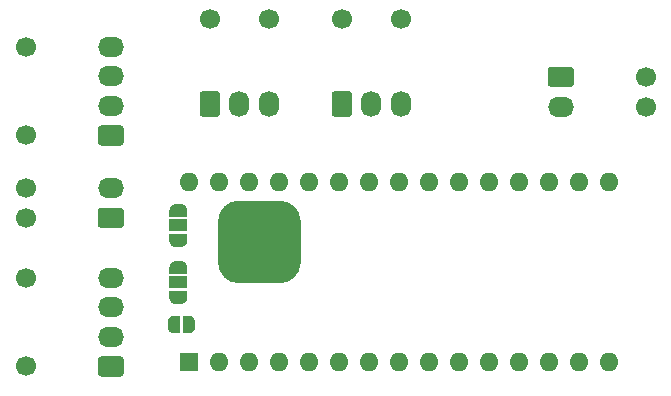
<source format=gbr>
%TF.GenerationSoftware,KiCad,Pcbnew,(5.1.8)-1*%
%TF.CreationDate,2021-05-07T13:22:02+02:00*%
%TF.ProjectId,Inputs_Volante,496e7075-7473-45f5-966f-6c616e74652e,rev?*%
%TF.SameCoordinates,Original*%
%TF.FileFunction,Soldermask,Bot*%
%TF.FilePolarity,Negative*%
%FSLAX46Y46*%
G04 Gerber Fmt 4.6, Leading zero omitted, Abs format (unit mm)*
G04 Created by KiCad (PCBNEW (5.1.8)-1) date 2021-05-07 13:22:02*
%MOMM*%
%LPD*%
G01*
G04 APERTURE LIST*
%ADD10C,1.700000*%
%ADD11O,2.200000X1.700000*%
%ADD12O,1.600000X1.600000*%
%ADD13R,1.600000X1.600000*%
%ADD14C,0.100000*%
%ADD15R,1.500000X1.000000*%
%ADD16O,1.700000X2.200000*%
G04 APERTURE END LIST*
%TO.C, *%
G36*
G01*
X75113000Y-89634000D02*
X75113000Y-86134000D01*
G75*
G02*
X76863000Y-84384000I1750000J0D01*
G01*
X80363000Y-84384000D01*
G75*
G02*
X82113000Y-86134000I0J-1750000D01*
G01*
X82113000Y-89634000D01*
G75*
G02*
X80363000Y-91384000I-1750000J0D01*
G01*
X76863000Y-91384000D01*
G75*
G02*
X75113000Y-89634000I0J1750000D01*
G01*
G37*
%TD*%
D10*
%TO.C,J6*%
X58860000Y-90925000D03*
X58860000Y-98425000D03*
D11*
X66040000Y-90925000D03*
X66040000Y-93425000D03*
X66040000Y-95925000D03*
G36*
G01*
X67140000Y-97825000D02*
X67140000Y-99025000D01*
G75*
G02*
X66890000Y-99275000I-250000J0D01*
G01*
X65190000Y-99275000D01*
G75*
G02*
X64940000Y-99025000I0J250000D01*
G01*
X64940000Y-97825000D01*
G75*
G02*
X65190000Y-97575000I250000J0D01*
G01*
X66890000Y-97575000D01*
G75*
G02*
X67140000Y-97825000I0J-250000D01*
G01*
G37*
%TD*%
D10*
%TO.C,J5*%
X58860000Y-83352000D03*
X58860000Y-85852000D03*
D11*
X66040000Y-83352000D03*
G36*
G01*
X67140000Y-85252000D02*
X67140000Y-86452000D01*
G75*
G02*
X66890000Y-86702000I-250000J0D01*
G01*
X65190000Y-86702000D01*
G75*
G02*
X64940000Y-86452000I0J250000D01*
G01*
X64940000Y-85252000D01*
G75*
G02*
X65190000Y-85002000I250000J0D01*
G01*
X66890000Y-85002000D01*
G75*
G02*
X67140000Y-85252000I0J-250000D01*
G01*
G37*
%TD*%
D12*
%TO.C,A1*%
X108204000Y-82804000D03*
X108204000Y-98044000D03*
X72644000Y-82804000D03*
X105664000Y-98044000D03*
X75184000Y-82804000D03*
X103124000Y-98044000D03*
X77724000Y-82804000D03*
X100584000Y-98044000D03*
X80264000Y-82804000D03*
X98044000Y-98044000D03*
X82804000Y-82804000D03*
X95504000Y-98044000D03*
X85344000Y-82804000D03*
X92964000Y-98044000D03*
X87884000Y-82804000D03*
X90424000Y-98044000D03*
X90424000Y-82804000D03*
X87884000Y-98044000D03*
X92964000Y-82804000D03*
X85344000Y-98044000D03*
X95504000Y-82804000D03*
X82804000Y-98044000D03*
X98044000Y-82804000D03*
X80264000Y-98044000D03*
X100584000Y-82804000D03*
X77724000Y-98044000D03*
X103124000Y-82804000D03*
X75184000Y-98044000D03*
X105664000Y-82804000D03*
D13*
X72644000Y-98044000D03*
%TD*%
D14*
%TO.C,JP3*%
G36*
X71359000Y-95618398D02*
G01*
X71334466Y-95618398D01*
X71285635Y-95613588D01*
X71237510Y-95604016D01*
X71190555Y-95589772D01*
X71145222Y-95570995D01*
X71101949Y-95547864D01*
X71061150Y-95520604D01*
X71023221Y-95489476D01*
X70988524Y-95454779D01*
X70957396Y-95416850D01*
X70930136Y-95376051D01*
X70907005Y-95332778D01*
X70888228Y-95287445D01*
X70873984Y-95240490D01*
X70864412Y-95192365D01*
X70859602Y-95143534D01*
X70859602Y-95119000D01*
X70859000Y-95119000D01*
X70859000Y-94619000D01*
X70859602Y-94619000D01*
X70859602Y-94594466D01*
X70864412Y-94545635D01*
X70873984Y-94497510D01*
X70888228Y-94450555D01*
X70907005Y-94405222D01*
X70930136Y-94361949D01*
X70957396Y-94321150D01*
X70988524Y-94283221D01*
X71023221Y-94248524D01*
X71061150Y-94217396D01*
X71101949Y-94190136D01*
X71145222Y-94167005D01*
X71190555Y-94148228D01*
X71237510Y-94133984D01*
X71285635Y-94124412D01*
X71334466Y-94119602D01*
X71359000Y-94119602D01*
X71359000Y-94119000D01*
X71859000Y-94119000D01*
X71859000Y-95619000D01*
X71359000Y-95619000D01*
X71359000Y-95618398D01*
G37*
G36*
X72159000Y-94119000D02*
G01*
X72659000Y-94119000D01*
X72659000Y-94119602D01*
X72683534Y-94119602D01*
X72732365Y-94124412D01*
X72780490Y-94133984D01*
X72827445Y-94148228D01*
X72872778Y-94167005D01*
X72916051Y-94190136D01*
X72956850Y-94217396D01*
X72994779Y-94248524D01*
X73029476Y-94283221D01*
X73060604Y-94321150D01*
X73087864Y-94361949D01*
X73110995Y-94405222D01*
X73129772Y-94450555D01*
X73144016Y-94497510D01*
X73153588Y-94545635D01*
X73158398Y-94594466D01*
X73158398Y-94619000D01*
X73159000Y-94619000D01*
X73159000Y-95119000D01*
X73158398Y-95119000D01*
X73158398Y-95143534D01*
X73153588Y-95192365D01*
X73144016Y-95240490D01*
X73129772Y-95287445D01*
X73110995Y-95332778D01*
X73087864Y-95376051D01*
X73060604Y-95416850D01*
X73029476Y-95454779D01*
X72994779Y-95489476D01*
X72956850Y-95520604D01*
X72916051Y-95547864D01*
X72872778Y-95570995D01*
X72827445Y-95589772D01*
X72780490Y-95604016D01*
X72732365Y-95613588D01*
X72683534Y-95618398D01*
X72659000Y-95618398D01*
X72659000Y-95619000D01*
X72159000Y-95619000D01*
X72159000Y-94119000D01*
G37*
%TD*%
D15*
%TO.C,JP2*%
X71755000Y-91313000D03*
D14*
G36*
X72504398Y-92613000D02*
G01*
X72504398Y-92637534D01*
X72499588Y-92686365D01*
X72490016Y-92734490D01*
X72475772Y-92781445D01*
X72456995Y-92826778D01*
X72433864Y-92870051D01*
X72406604Y-92910850D01*
X72375476Y-92948779D01*
X72340779Y-92983476D01*
X72302850Y-93014604D01*
X72262051Y-93041864D01*
X72218778Y-93064995D01*
X72173445Y-93083772D01*
X72126490Y-93098016D01*
X72078365Y-93107588D01*
X72029534Y-93112398D01*
X72005000Y-93112398D01*
X72005000Y-93113000D01*
X71505000Y-93113000D01*
X71505000Y-93112398D01*
X71480466Y-93112398D01*
X71431635Y-93107588D01*
X71383510Y-93098016D01*
X71336555Y-93083772D01*
X71291222Y-93064995D01*
X71247949Y-93041864D01*
X71207150Y-93014604D01*
X71169221Y-92983476D01*
X71134524Y-92948779D01*
X71103396Y-92910850D01*
X71076136Y-92870051D01*
X71053005Y-92826778D01*
X71034228Y-92781445D01*
X71019984Y-92734490D01*
X71010412Y-92686365D01*
X71005602Y-92637534D01*
X71005602Y-92613000D01*
X71005000Y-92613000D01*
X71005000Y-92063000D01*
X72505000Y-92063000D01*
X72505000Y-92613000D01*
X72504398Y-92613000D01*
G37*
G36*
X71005000Y-90563000D02*
G01*
X71005000Y-90013000D01*
X71005602Y-90013000D01*
X71005602Y-89988466D01*
X71010412Y-89939635D01*
X71019984Y-89891510D01*
X71034228Y-89844555D01*
X71053005Y-89799222D01*
X71076136Y-89755949D01*
X71103396Y-89715150D01*
X71134524Y-89677221D01*
X71169221Y-89642524D01*
X71207150Y-89611396D01*
X71247949Y-89584136D01*
X71291222Y-89561005D01*
X71336555Y-89542228D01*
X71383510Y-89527984D01*
X71431635Y-89518412D01*
X71480466Y-89513602D01*
X71505000Y-89513602D01*
X71505000Y-89513000D01*
X72005000Y-89513000D01*
X72005000Y-89513602D01*
X72029534Y-89513602D01*
X72078365Y-89518412D01*
X72126490Y-89527984D01*
X72173445Y-89542228D01*
X72218778Y-89561005D01*
X72262051Y-89584136D01*
X72302850Y-89611396D01*
X72340779Y-89642524D01*
X72375476Y-89677221D01*
X72406604Y-89715150D01*
X72433864Y-89755949D01*
X72456995Y-89799222D01*
X72475772Y-89844555D01*
X72490016Y-89891510D01*
X72499588Y-89939635D01*
X72504398Y-89988466D01*
X72504398Y-90013000D01*
X72505000Y-90013000D01*
X72505000Y-90563000D01*
X71005000Y-90563000D01*
G37*
%TD*%
D15*
%TO.C,JP1*%
X71755000Y-86487000D03*
D14*
G36*
X72504398Y-87787000D02*
G01*
X72504398Y-87811534D01*
X72499588Y-87860365D01*
X72490016Y-87908490D01*
X72475772Y-87955445D01*
X72456995Y-88000778D01*
X72433864Y-88044051D01*
X72406604Y-88084850D01*
X72375476Y-88122779D01*
X72340779Y-88157476D01*
X72302850Y-88188604D01*
X72262051Y-88215864D01*
X72218778Y-88238995D01*
X72173445Y-88257772D01*
X72126490Y-88272016D01*
X72078365Y-88281588D01*
X72029534Y-88286398D01*
X72005000Y-88286398D01*
X72005000Y-88287000D01*
X71505000Y-88287000D01*
X71505000Y-88286398D01*
X71480466Y-88286398D01*
X71431635Y-88281588D01*
X71383510Y-88272016D01*
X71336555Y-88257772D01*
X71291222Y-88238995D01*
X71247949Y-88215864D01*
X71207150Y-88188604D01*
X71169221Y-88157476D01*
X71134524Y-88122779D01*
X71103396Y-88084850D01*
X71076136Y-88044051D01*
X71053005Y-88000778D01*
X71034228Y-87955445D01*
X71019984Y-87908490D01*
X71010412Y-87860365D01*
X71005602Y-87811534D01*
X71005602Y-87787000D01*
X71005000Y-87787000D01*
X71005000Y-87237000D01*
X72505000Y-87237000D01*
X72505000Y-87787000D01*
X72504398Y-87787000D01*
G37*
G36*
X71005000Y-85737000D02*
G01*
X71005000Y-85187000D01*
X71005602Y-85187000D01*
X71005602Y-85162466D01*
X71010412Y-85113635D01*
X71019984Y-85065510D01*
X71034228Y-85018555D01*
X71053005Y-84973222D01*
X71076136Y-84929949D01*
X71103396Y-84889150D01*
X71134524Y-84851221D01*
X71169221Y-84816524D01*
X71207150Y-84785396D01*
X71247949Y-84758136D01*
X71291222Y-84735005D01*
X71336555Y-84716228D01*
X71383510Y-84701984D01*
X71431635Y-84692412D01*
X71480466Y-84687602D01*
X71505000Y-84687602D01*
X71505000Y-84687000D01*
X72005000Y-84687000D01*
X72005000Y-84687602D01*
X72029534Y-84687602D01*
X72078365Y-84692412D01*
X72126490Y-84701984D01*
X72173445Y-84716228D01*
X72218778Y-84735005D01*
X72262051Y-84758136D01*
X72302850Y-84785396D01*
X72340779Y-84816524D01*
X72375476Y-84851221D01*
X72406604Y-84889150D01*
X72433864Y-84929949D01*
X72456995Y-84973222D01*
X72475772Y-85018555D01*
X72490016Y-85065510D01*
X72499588Y-85113635D01*
X72504398Y-85162466D01*
X72504398Y-85187000D01*
X72505000Y-85187000D01*
X72505000Y-85737000D01*
X71005000Y-85737000D01*
G37*
%TD*%
D10*
%TO.C,J4*%
X79422000Y-69020000D03*
X74422000Y-69020000D03*
D16*
X79422000Y-76200000D03*
X76922000Y-76200000D03*
G36*
G01*
X75022000Y-77300000D02*
X73822000Y-77300000D01*
G75*
G02*
X73572000Y-77050000I0J250000D01*
G01*
X73572000Y-75350000D01*
G75*
G02*
X73822000Y-75100000I250000J0D01*
G01*
X75022000Y-75100000D01*
G75*
G02*
X75272000Y-75350000I0J-250000D01*
G01*
X75272000Y-77050000D01*
G75*
G02*
X75022000Y-77300000I-250000J0D01*
G01*
G37*
%TD*%
D10*
%TO.C,J3*%
X90598000Y-69020000D03*
X85598000Y-69020000D03*
D16*
X90598000Y-76200000D03*
X88098000Y-76200000D03*
G36*
G01*
X86198000Y-77300000D02*
X84998000Y-77300000D01*
G75*
G02*
X84748000Y-77050000I0J250000D01*
G01*
X84748000Y-75350000D01*
G75*
G02*
X84998000Y-75100000I250000J0D01*
G01*
X86198000Y-75100000D01*
G75*
G02*
X86448000Y-75350000I0J-250000D01*
G01*
X86448000Y-77050000D01*
G75*
G02*
X86198000Y-77300000I-250000J0D01*
G01*
G37*
%TD*%
D10*
%TO.C,J2*%
X58860000Y-71367000D03*
X58860000Y-78867000D03*
D11*
X66040000Y-71367000D03*
X66040000Y-73867000D03*
X66040000Y-76367000D03*
G36*
G01*
X67140000Y-78267000D02*
X67140000Y-79467000D01*
G75*
G02*
X66890000Y-79717000I-250000J0D01*
G01*
X65190000Y-79717000D01*
G75*
G02*
X64940000Y-79467000I0J250000D01*
G01*
X64940000Y-78267000D01*
G75*
G02*
X65190000Y-78017000I250000J0D01*
G01*
X66890000Y-78017000D01*
G75*
G02*
X67140000Y-78267000I0J-250000D01*
G01*
G37*
%TD*%
D10*
%TO.C,J1*%
X111320000Y-76414000D03*
X111320000Y-73914000D03*
D11*
X104140000Y-76414000D03*
G36*
G01*
X103040000Y-74514000D02*
X103040000Y-73314000D01*
G75*
G02*
X103290000Y-73064000I250000J0D01*
G01*
X104990000Y-73064000D01*
G75*
G02*
X105240000Y-73314000I0J-250000D01*
G01*
X105240000Y-74514000D01*
G75*
G02*
X104990000Y-74764000I-250000J0D01*
G01*
X103290000Y-74764000D01*
G75*
G02*
X103040000Y-74514000I0J250000D01*
G01*
G37*
%TD*%
M02*

</source>
